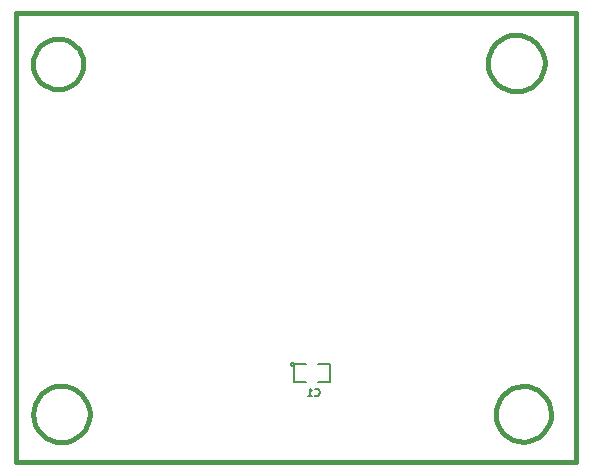
<source format=gbo>
G04 (created by PCBNEW-RS274X (2010-00-09 BZR 23xx)-stable) date Sun 16 Oct 2011 03:02:59 PM EDT*
G01*
G70*
G90*
%MOIN*%
G04 Gerber Fmt 3.4, Leading zero omitted, Abs format*
%FSLAX34Y34*%
G04 APERTURE LIST*
%ADD10C,0.006000*%
%ADD11C,0.015000*%
%ADD12C,0.005000*%
G04 APERTURE END LIST*
G54D10*
G54D11*
X27702Y-35000D02*
X27684Y-35182D01*
X27630Y-35358D01*
X27544Y-35521D01*
X27428Y-35663D01*
X27286Y-35780D01*
X27125Y-35868D01*
X26949Y-35922D01*
X26766Y-35941D01*
X26584Y-35925D01*
X26408Y-35873D01*
X26245Y-35788D01*
X26101Y-35673D01*
X25983Y-35532D01*
X25895Y-35371D01*
X25839Y-35195D01*
X25819Y-35013D01*
X25834Y-34830D01*
X25885Y-34654D01*
X25969Y-34490D01*
X26083Y-34346D01*
X26223Y-34227D01*
X26383Y-34137D01*
X26558Y-34080D01*
X26741Y-34059D01*
X26923Y-34073D01*
X27100Y-34122D01*
X27264Y-34205D01*
X27409Y-34318D01*
X27529Y-34458D01*
X27620Y-34617D01*
X27678Y-34792D01*
X27701Y-34974D01*
X27702Y-35000D01*
X43086Y-34990D02*
X43068Y-35169D01*
X43016Y-35342D01*
X42931Y-35502D01*
X42817Y-35642D01*
X42677Y-35757D01*
X42518Y-35843D01*
X42346Y-35897D01*
X42166Y-35915D01*
X41987Y-35899D01*
X41814Y-35848D01*
X41653Y-35764D01*
X41513Y-35651D01*
X41396Y-35513D01*
X41309Y-35354D01*
X41255Y-35182D01*
X41235Y-35002D01*
X41250Y-34823D01*
X41300Y-34650D01*
X41382Y-34489D01*
X41494Y-34347D01*
X41632Y-34230D01*
X41790Y-34142D01*
X41962Y-34086D01*
X42141Y-34065D01*
X42320Y-34079D01*
X42494Y-34127D01*
X42656Y-34209D01*
X42798Y-34320D01*
X42916Y-34457D01*
X43005Y-34614D01*
X43062Y-34785D01*
X43085Y-34965D01*
X43086Y-34990D01*
X42866Y-23300D02*
X42847Y-23483D01*
X42794Y-23660D01*
X42707Y-23823D01*
X42591Y-23966D01*
X42448Y-24084D01*
X42286Y-24172D01*
X42110Y-24226D01*
X41926Y-24245D01*
X41743Y-24229D01*
X41566Y-24177D01*
X41403Y-24091D01*
X41259Y-23975D01*
X41140Y-23834D01*
X41051Y-23672D01*
X40995Y-23496D01*
X40975Y-23313D01*
X40990Y-23130D01*
X41041Y-22952D01*
X41125Y-22788D01*
X41240Y-22643D01*
X41381Y-22524D01*
X41542Y-22434D01*
X41717Y-22377D01*
X41901Y-22355D01*
X42084Y-22369D01*
X42262Y-22419D01*
X42426Y-22502D01*
X42572Y-22615D01*
X42693Y-22755D01*
X42784Y-22916D01*
X42842Y-23091D01*
X42865Y-23274D01*
X42866Y-23300D01*
X27493Y-23330D02*
X27476Y-23493D01*
X27429Y-23651D01*
X27352Y-23796D01*
X27248Y-23924D01*
X27121Y-24028D01*
X26976Y-24107D01*
X26819Y-24155D01*
X26655Y-24172D01*
X26493Y-24158D01*
X26335Y-24111D01*
X26189Y-24035D01*
X26061Y-23932D01*
X25955Y-23806D01*
X25876Y-23662D01*
X25826Y-23505D01*
X25808Y-23341D01*
X25821Y-23178D01*
X25867Y-23020D01*
X25942Y-22874D01*
X26044Y-22745D01*
X26169Y-22638D01*
X26313Y-22558D01*
X26469Y-22507D01*
X26633Y-22488D01*
X26796Y-22500D01*
X26954Y-22545D01*
X27101Y-22619D01*
X27231Y-22720D01*
X27338Y-22845D01*
X27420Y-22988D01*
X27472Y-23144D01*
X27492Y-23307D01*
X27493Y-23330D01*
X25260Y-21640D02*
X25270Y-21640D01*
X25260Y-36610D02*
X25260Y-21640D01*
X43910Y-36610D02*
X25260Y-36610D01*
X43910Y-21630D02*
X43910Y-36610D01*
X25280Y-21630D02*
X43910Y-21630D01*
G54D12*
X34520Y-33340D02*
X34519Y-33349D01*
X34516Y-33359D01*
X34511Y-33367D01*
X34505Y-33375D01*
X34497Y-33381D01*
X34489Y-33386D01*
X34480Y-33388D01*
X34470Y-33389D01*
X34461Y-33389D01*
X34452Y-33386D01*
X34443Y-33381D01*
X34436Y-33375D01*
X34429Y-33368D01*
X34425Y-33359D01*
X34422Y-33350D01*
X34421Y-33340D01*
X34421Y-33331D01*
X34424Y-33322D01*
X34428Y-33313D01*
X34435Y-33306D01*
X34442Y-33299D01*
X34450Y-33295D01*
X34460Y-33292D01*
X34469Y-33291D01*
X34478Y-33291D01*
X34488Y-33294D01*
X34496Y-33298D01*
X34504Y-33304D01*
X34510Y-33312D01*
X34515Y-33320D01*
X34518Y-33329D01*
X34519Y-33339D01*
X34520Y-33340D01*
X34920Y-33340D02*
X34520Y-33340D01*
X34520Y-33340D02*
X34520Y-33940D01*
X34520Y-33940D02*
X34920Y-33940D01*
X35320Y-33940D02*
X35720Y-33940D01*
X35720Y-33940D02*
X35720Y-33340D01*
X35720Y-33340D02*
X35320Y-33340D01*
X35212Y-34377D02*
X35224Y-34389D01*
X35259Y-34401D01*
X35283Y-34401D01*
X35319Y-34389D01*
X35343Y-34365D01*
X35354Y-34342D01*
X35366Y-34294D01*
X35366Y-34258D01*
X35354Y-34211D01*
X35343Y-34187D01*
X35319Y-34163D01*
X35283Y-34151D01*
X35259Y-34151D01*
X35224Y-34163D01*
X35212Y-34175D01*
X34974Y-34401D02*
X35116Y-34401D01*
X35045Y-34401D02*
X35045Y-34151D01*
X35069Y-34187D01*
X35093Y-34211D01*
X35116Y-34223D01*
M02*

</source>
